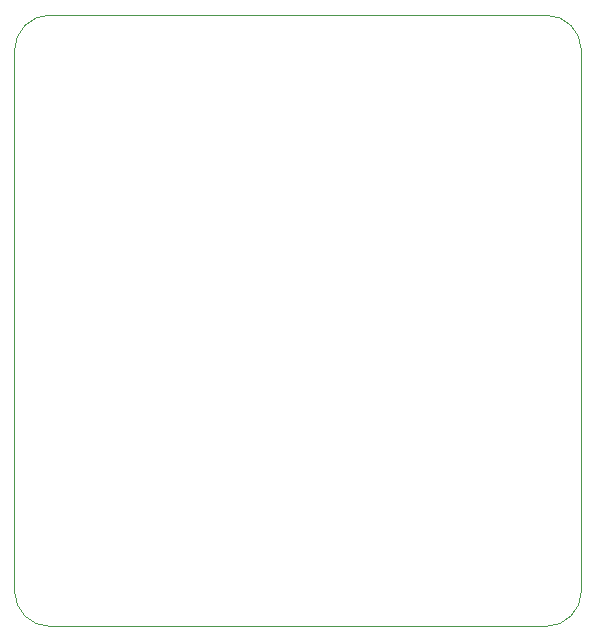
<source format=gbr>
%TF.GenerationSoftware,KiCad,Pcbnew,9.0.3-9.0.3-0~ubuntu24.04.1*%
%TF.CreationDate,2025-07-14T18:48:31-05:00*%
%TF.ProjectId,ESP32_LogicAnalyzer,45535033-325f-44c6-9f67-6963416e616c,rev?*%
%TF.SameCoordinates,Original*%
%TF.FileFunction,Profile,NP*%
%FSLAX46Y46*%
G04 Gerber Fmt 4.6, Leading zero omitted, Abs format (unit mm)*
G04 Created by KiCad (PCBNEW 9.0.3-9.0.3-0~ubuntu24.04.1) date 2025-07-14 18:48:31*
%MOMM*%
%LPD*%
G01*
G04 APERTURE LIST*
%TA.AperFunction,Profile*%
%ADD10C,0.050000*%
%TD*%
G04 APERTURE END LIST*
D10*
X131029000Y-69516120D02*
X173029000Y-69516120D01*
X131029000Y-121273480D02*
G75*
G02*
X128029000Y-118273480I0J3000000D01*
G01*
X173029000Y-69516120D02*
G75*
G02*
X176029000Y-72516120I0J-3000000D01*
G01*
X173029000Y-121273480D02*
X131029000Y-121273480D01*
X176029000Y-118273480D02*
G75*
G02*
X173029000Y-121273480I-3000000J0D01*
G01*
X128029000Y-72516120D02*
G75*
G02*
X131029000Y-69516120I3000000J0D01*
G01*
X128029000Y-118273480D02*
X128029000Y-72516120D01*
X176029000Y-72516120D02*
X176029000Y-118273500D01*
M02*

</source>
